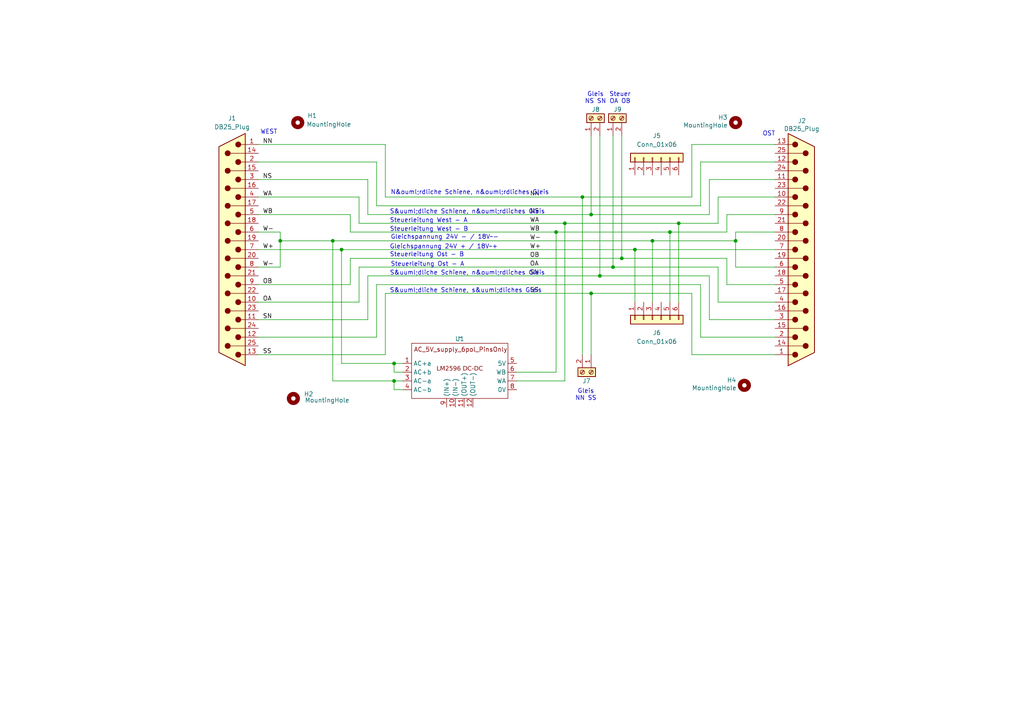
<source format=kicad_sch>
(kicad_sch (version 20231120) (generator "eeschema") (generator_version "8.0")
  (paper "A4")
  (title_block (date "2024-11-23"))
  (lib_symbols
    (symbol "Connector:DB25_Plug" (pin_names (offset 1.016) hide)
      (property "Reference" "J" (at 0 34.29 0))
      (property "Value" "DB25_Plug" (at 0 -34.925 0))
      (symbol "DB25_Plug_0_1"
        (circle (center -1.778 -30.48) (radius 0.762) (fill (type outline)))
        (circle (center -1.778 -25.4) (radius 0.762) (fill (type outline)))
        (circle (center -1.778 -20.32) (radius 0.762) (fill (type outline)))
        (circle (center -1.778 -15.24) (radius 0.762) (fill (type outline)))
        (circle (center -1.778 -10.16) (radius 0.762) (fill (type outline)))
        (circle (center -1.778 -5.08) (radius 0.762) (fill (type outline)))
        (circle (center -1.778 0) (radius 0.762) (fill (type outline)))
        (circle (center -1.778 5.08) (radius 0.762) (fill (type outline)))
        (circle (center -1.778 10.16) (radius 0.762) (fill (type outline)))
        (circle (center -1.778 15.24) (radius 0.762) (fill (type outline)))
        (circle (center -1.778 20.32) (radius 0.762) (fill (type outline)))
        (circle (center -1.778 25.4) (radius 0.762) (fill (type outline)))
        (circle (center -1.778 30.48) (radius 0.762) (fill (type outline)))
        (polyline (pts (xy -3.81 -30.48) (xy -2.54 -30.48)))
        (polyline (pts (xy -3.81 -27.94) (xy 0.508 -27.94)))
        (polyline (pts (xy -3.81 -25.4) (xy -2.54 -25.4)))
        (polyline (pts (xy -3.81 -22.86) (xy 0.508 -22.86)))
        (polyline (pts (xy -3.81 -20.32) (xy -2.54 -20.32)))
        (polyline (pts (xy -3.81 -17.78) (xy 0.508 -17.78)))
        (polyline (pts (xy -3.81 -15.24) (xy -2.54 -15.24)))
        (polyline (pts (xy -3.81 -12.7) (xy 0.508 -12.7)))
        (polyline (pts (xy -3.81 -10.16) (xy -2.54 -10.16)))
        (polyline (pts (xy -3.81 -7.62) (xy 0.508 -7.62)))
        (polyline (pts (xy -3.81 -5.08) (xy -2.54 -5.08)))
        (polyline (pts (xy -3.81 -2.54) (xy 0.508 -2.54)))
        (polyline (pts (xy -3.81 0) (xy -2.54 0)))
        (polyline (pts (xy -3.81 2.54) (xy 0.508 2.54)))
        (polyline (pts (xy -3.81 5.08) (xy -2.54 5.08)))
        (polyline (pts (xy -3.81 7.62) (xy 0.508 7.62)))
        (polyline (pts (xy -3.81 10.16) (xy -2.54 10.16)))
        (polyline (pts (xy -3.81 12.7) (xy 0.508 12.7)))
        (polyline (pts (xy -3.81 15.24) (xy -2.54 15.24)))
        (polyline (pts (xy -3.81 17.78) (xy 0.508 17.78)))
        (polyline (pts (xy -3.81 20.32) (xy -2.54 20.32)))
        (polyline (pts (xy -3.81 22.86) (xy 0.508 22.86)))
        (polyline (pts (xy -3.81 25.4) (xy -2.54 25.4)))
        (polyline (pts (xy -3.81 27.94) (xy 0.508 27.94)))
        (polyline (pts (xy -3.81 30.48) (xy -2.54 30.48)))
        (polyline (pts (xy -3.81 -33.655) (xy 3.81 -29.845) (xy 3.81 29.845) (xy -3.81 33.655) (xy -3.81 -33.655)) (stroke (width 0.254)) (fill (type background)))
        (circle (center 1.27 -27.94) (radius 0.762) (fill (type outline)))
        (circle (center 1.27 -22.86) (radius 0.762) (fill (type outline)))
        (circle (center 1.27 -17.78) (radius 0.762) (fill (type outline)))
        (circle (center 1.27 -12.7) (radius 0.762) (fill (type outline)))
        (circle (center 1.27 -7.62) (radius 0.762) (fill (type outline)))
        (circle (center 1.27 -2.54) (radius 0.762) (fill (type outline)))
        (circle (center 1.27 2.54) (radius 0.762) (fill (type outline)))
        (circle (center 1.27 7.62) (radius 0.762) (fill (type outline)))
        (circle (center 1.27 12.7) (radius 0.762) (fill (type outline)))
        (circle (center 1.27 17.78) (radius 0.762) (fill (type outline)))
        (circle (center 1.27 22.86) (radius 0.762) (fill (type outline)))
        (circle (center 1.27 27.94) (radius 0.762) (fill (type outline)))
      )
      (symbol "DB25_Plug_1_1"
        (pin passive line (at -7.62 -30.48 0) (length 3.81) (name "1") (number "1"))
        (pin passive line (at -7.62 15.24 0) (length 3.81) (name "10") (number "10"))
        (pin passive line (at -7.62 20.32 0) (length 3.81) (name "11") (number "11"))
        (pin passive line (at -7.62 25.4 0) (length 3.81) (name "12") (number "12"))
        (pin passive line (at -7.62 30.48 0) (length 3.81) (name "13") (number "13"))
        (pin passive line (at -7.62 -27.94 0) (length 3.81) (name "P14") (number "14"))
        (pin passive line (at -7.62 -22.86 0) (length 3.81) (name "P15") (number "15"))
        (pin passive line (at -7.62 -17.78 0) (length 3.81) (name "P16") (number "16"))
        (pin passive line (at -7.62 -12.7 0) (length 3.81) (name "P17") (number "17"))
        (pin passive line (at -7.62 -7.62 0) (length 3.81) (name "P18") (number "18"))
        (pin passive line (at -7.62 -2.54 0) (length 3.81) (name "P19") (number "19"))
        (pin passive line (at -7.62 -25.4 0) (length 3.81) (name "2") (number "2"))
        (pin passive line (at -7.62 2.54 0) (length 3.81) (name "P20") (number "20"))
        (pin passive line (at -7.62 7.62 0) (length 3.81) (name "P21") (number "21"))
        (pin passive line (at -7.62 12.7 0) (length 3.81) (name "P22") (number "22"))
        (pin passive line (at -7.62 17.78 0) (length 3.81) (name "P23") (number "23"))
        (pin passive line (at -7.62 22.86 0) (length 3.81) (name "P24") (number "24"))
        (pin passive line (at -7.62 27.94 0) (length 3.81) (name "P25") (number "25"))
        (pin passive line (at -7.62 -20.32 0) (length 3.81) (name "3") (number "3"))
        (pin passive line (at -7.62 -15.24 0) (length 3.81) (name "4") (number "4"))
        (pin passive line (at -7.62 -10.16 0) (length 3.81) (name "5") (number "5"))
        (pin passive line (at -7.62 -5.08 0) (length 3.81) (name "6") (number "6"))
        (pin passive line (at -7.62 0 0) (length 3.81) (name "7") (number "7"))
        (pin passive line (at -7.62 5.08 0) (length 3.81) (name "8") (number "8"))
        (pin passive line (at -7.62 10.16 0) (length 3.81) (name "9") (number "9"))
      )
    )
    (symbol "Connector_Generic:Conn_01x06" (pin_names (offset 1.016) hide)
      (property "Reference" "J" (at 0 7.62 0))
      (property "Value" "Conn_01x06" (at 0 -10.16 0))
      (symbol "Conn_01x06_1_1"
        (rectangle (start -1.27 -7.493) (end 0 -7.747) (stroke (width 0.1524)))
        (rectangle (start -1.27 -4.953) (end 0 -5.207) (stroke (width 0.1524)))
        (rectangle (start -1.27 -2.413) (end 0 -2.667) (stroke (width 0.1524)))
        (rectangle (start -1.27 0.127) (end 0 -0.127) (stroke (width 0.1524)))
        (rectangle (start -1.27 2.667) (end 0 2.413) (stroke (width 0.1524)))
        (rectangle (start -1.27 5.207) (end 0 4.953) (stroke (width 0.1524)))
        (rectangle (start -1.27 6.35) (end 1.27 -8.89) (stroke (width 0.254)) (fill (type background)))
        (pin passive line (at -5.08 5.08 0) (length 3.81) (name "Pin_1") (number "1"))
        (pin passive line (at -5.08 2.54 0) (length 3.81) (name "Pin_2") (number "2"))
        (pin passive line (at -5.08 0 0) (length 3.81) (name "Pin_3") (number "3"))
        (pin passive line (at -5.08 -2.54 0) (length 3.81) (name "Pin_4") (number "4"))
        (pin passive line (at -5.08 -5.08 0) (length 3.81) (name "Pin_5") (number "5"))
        (pin passive line (at -5.08 -7.62 0) (length 3.81) (name "Pin_6") (number "6"))
      )
    )
    (symbol "Mechanical:MountingHole" (pin_names (offset 1.016)) (exclude_from_sim yes) (in_bom no)
      (property "Reference" "H" (at 0 5.08 0))
      (property "Value" "MountingHole" (at 0 3.175 0))
      (symbol "MountingHole_0_1"
        (circle (center 0 0) (radius 1.27) (stroke (width 1.27)))
      )
    )
    (symbol "_kh_library:AC_5V_supply_6pol"
      (property "Reference" "U" (at 16.256 7.112 0))
      (symbol "AC_5V_supply_6pol_0_1"
        (rectangle (start 2.54 5.842) (end 30.48 -10.16))
      )
      (symbol "AC_5V_supply_6pol_1_1"
        (text "AC_5V_supply_6pol_PinsOnly" (at 16.764 4.064 0) (effects (font (size 1.27 1.27))))
        (text "LM2596 DC-DC" (at 16.51 -1.524 0) (effects (font (size 1.27 1.27))))
        (pin passive line (at 0 0 0) (length 2.54) (name "AC+a") (number "1"))
        (pin passive line (at 15.24 -12.7 90) (length 2.54) (name "(IN-)") (number "10"))
        (pin passive line (at 17.78 -12.7 90) (length 2.54) (name "(OUT+)") (number "11"))
        (pin passive line (at 20.32 -12.7 90) (length 2.54) (name "(OUT-)") (number "12"))
        (pin passive line (at 0 -2.54 0) (length 2.54) (name "AC+b") (number "2"))
        (pin passive line (at 0 -5.08 0) (length 2.54) (name "AC-a") (number "3"))
        (pin passive line (at 0 -7.62 0) (length 2.54) (name "AC-b") (number "4"))
        (pin passive line (at 33.02 0 180) (length 2.54) (name "5V") (number "5"))
        (pin passive line (at 33.02 -2.54 180) (length 2.54) (name "WB") (number "6"))
        (pin passive line (at 33.02 -5.08 180) (length 2.54) (name "WA") (number "7"))
        (pin passive line (at 33.02 -7.62 180) (length 2.54) (name "0V") (number "8"))
        (pin passive line (at 12.7 -12.7 90) (length 2.54) (name "(IN+)") (number "9"))
      )
    )
    (symbol "_kh_library:Screw_Terminal_01x02_P5" (pin_names (offset 1.016) hide)
      (property "Reference" "J" (at 2.286 0 0))
      (property "Value" "Screw_Terminal_01x02_P5" (at 6.35 -1.016 90))
      (symbol "Screw_Terminal_01x02_P5_1_1"
        (rectangle (start -1.27 1.27) (end 1.27 -3.81) (stroke (width 0.254)) (fill (type background)))
        (circle (center 0 -2.54) (radius 0.635) (stroke (width 0.1524)))
        (polyline (pts (xy -0.5334 -2.2098) (xy 0.3302 -3.048)) (stroke (width 0.1524)))
        (polyline (pts (xy -0.5334 0.3302) (xy 0.3302 -0.508)) (stroke (width 0.1524)))
        (polyline (pts (xy -0.3556 -2.032) (xy 0.508 -2.8702)) (stroke (width 0.1524)))
        (polyline (pts (xy -0.3556 0.508) (xy 0.508 -0.3302)) (stroke (width 0.1524)))
        (circle (center 0 0) (radius 0.635) (stroke (width 0.1524)))
        (pin passive line (at -5.08 0 0) (length 3.81) (name "Pin_1") (number "1"))
        (pin passive line (at -5.08 -2.54 0) (length 3.81) (name "Pin_2") (number "2"))
      )
    )
  )
  (junction (at 171.45 62.23))
  (junction (at 81.28 69.85))
  (junction (at 194.31 67.31))
  (junction (at 173.99 80.01))
  (junction (at 163.83 64.77))
  (junction (at 180.34 74.93))
  (junction (at 161.29 67.31))
  (junction (at 168.91 57.15))
  (junction (at 189.23 69.85))
  (junction (at 213.36 69.85))
  (junction (at 184.15 72.39))
  (junction (at 99.06 72.39))
  (junction (at 196.85 64.77))
  (junction (at 171.45 85.09))
  (junction (at 114.3 110.49))
  (junction (at 114.3 105.41))
  (junction (at 177.8 77.47))
  (junction (at 96.52 69.85))
  (wire (pts (xy 111.76 41.91) (xy 111.76 57.15)))
  (wire (pts (xy 171.45 85.09) (xy 171.45 102.87)))
  (wire (pts (xy 173.99 80.01) (xy 205.74 80.01)))
  (wire (pts (xy 205.74 62.23) (xy 205.74 52.07)))
  (wire (pts (xy 210.82 62.23) (xy 224.79 62.23)))
  (wire (pts (xy 203.2 59.69) (xy 203.2 46.99)))
  (wire (pts (xy 200.66 102.87) (xy 224.79 102.87)))
  (wire (pts (xy 194.31 67.31) (xy 194.31 87.63)))
  (wire (pts (xy 184.15 72.39) (xy 184.15 87.63)))
  (wire (pts (xy 189.23 69.85) (xy 189.23 87.63)))
  (wire (pts (xy 74.93 41.91) (xy 111.76 41.91)))
  (wire (pts (xy 116.84 110.49) (xy 114.3 110.49)))
  (wire (pts (xy 168.91 57.15) (xy 200.66 57.15)))
  (wire (pts (xy 74.93 97.79) (xy 109.22 97.79)))
  (wire (pts (xy 194.31 67.31) (xy 210.82 67.31)))
  (wire (pts (xy 177.8 77.47) (xy 208.28 77.47)))
  (wire (pts (xy 74.93 102.87) (xy 111.76 102.87)))
  (wire (pts (xy 109.22 59.69) (xy 203.2 59.69)))
  (wire (pts (xy 99.06 72.39) (xy 184.15 72.39)))
  (wire (pts (xy 189.23 69.85) (xy 213.36 69.85)))
  (wire (pts (xy 109.22 82.55) (xy 203.2 82.55)))
  (wire (pts (xy 208.28 64.77) (xy 208.28 57.15)))
  (wire (pts (xy 213.36 77.47) (xy 224.79 77.47)))
  (wire (pts (xy 161.29 107.95) (xy 161.29 67.31)))
  (wire (pts (xy 74.93 67.31) (xy 81.28 67.31)))
  (wire (pts (xy 74.93 82.55) (xy 101.6 82.55)))
  (wire (pts (xy 111.76 85.09) (xy 171.45 85.09)))
  (wire (pts (xy 104.14 87.63) (xy 104.14 77.47)))
  (wire (pts (xy 149.86 110.49) (xy 163.83 110.49)))
  (wire (pts (xy 200.66 57.15) (xy 200.66 41.91)))
  (wire (pts (xy 161.29 67.31) (xy 194.31 67.31)))
  (wire (pts (xy 74.93 52.07) (xy 106.68 52.07)))
  (wire (pts (xy 96.52 69.85) (xy 96.52 110.49)))
  (wire (pts (xy 99.06 72.39) (xy 99.06 105.41)))
  (wire (pts (xy 208.28 87.63) (xy 224.79 87.63)))
  (wire (pts (xy 210.82 74.93) (xy 210.82 82.55)))
  (wire (pts (xy 196.85 64.77) (xy 196.85 87.63)))
  (wire (pts (xy 111.76 102.87) (xy 111.76 85.09)))
  (wire (pts (xy 163.83 110.49) (xy 163.83 64.77)))
  (wire (pts (xy 74.93 46.99) (xy 109.22 46.99)))
  (wire (pts (xy 109.22 46.99) (xy 109.22 59.69)))
  (wire (pts (xy 114.3 107.95) (xy 116.84 107.95)))
  (wire (pts (xy 104.14 57.15) (xy 104.14 64.77)))
  (wire (pts (xy 114.3 105.41) (xy 114.3 107.95)))
  (wire (pts (xy 200.66 85.09) (xy 200.66 102.87)))
  (wire (pts (xy 173.99 39.37) (xy 173.99 80.01)))
  (wire (pts (xy 81.28 69.85) (xy 81.28 67.31)))
  (wire (pts (xy 180.34 74.93) (xy 210.82 74.93)))
  (wire (pts (xy 111.76 57.15) (xy 168.91 57.15)))
  (wire (pts (xy 205.74 52.07) (xy 224.79 52.07)))
  (wire (pts (xy 205.74 80.01) (xy 205.74 92.71)))
  (wire (pts (xy 114.3 110.49) (xy 114.3 113.03)))
  (wire (pts (xy 213.36 69.85) (xy 213.36 67.31)))
  (wire (pts (xy 106.68 92.71) (xy 106.68 80.01)))
  (wire (pts (xy 104.14 64.77) (xy 163.83 64.77)))
  (wire (pts (xy 213.36 69.85) (xy 213.36 77.47)))
  (wire (pts (xy 74.93 87.63) (xy 104.14 87.63)))
  (wire (pts (xy 74.93 62.23) (xy 101.6 62.23)))
  (wire (pts (xy 106.68 62.23) (xy 171.45 62.23)))
  (wire (pts (xy 208.28 77.47) (xy 208.28 87.63)))
  (wire (pts (xy 203.2 46.99) (xy 224.79 46.99)))
  (wire (pts (xy 74.93 72.39) (xy 99.06 72.39)))
  (wire (pts (xy 74.93 92.71) (xy 106.68 92.71)))
  (wire (pts (xy 109.22 97.79) (xy 109.22 82.55)))
  (wire (pts (xy 96.52 110.49) (xy 114.3 110.49)))
  (wire (pts (xy 177.8 39.37) (xy 177.8 77.47)))
  (wire (pts (xy 96.52 69.85) (xy 189.23 69.85)))
  (wire (pts (xy 99.06 105.41) (xy 114.3 105.41)))
  (wire (pts (xy 184.15 72.39) (xy 224.79 72.39)))
  (wire (pts (xy 81.28 69.85) (xy 81.28 77.47)))
  (wire (pts (xy 106.68 52.07) (xy 106.68 62.23)))
  (wire (pts (xy 196.85 64.77) (xy 208.28 64.77)))
  (wire (pts (xy 116.84 105.41) (xy 114.3 105.41)))
  (wire (pts (xy 101.6 74.93) (xy 180.34 74.93)))
  (wire (pts (xy 210.82 67.31) (xy 210.82 62.23)))
  (wire (pts (xy 203.2 97.79) (xy 224.79 97.79)))
  (wire (pts (xy 101.6 67.31) (xy 161.29 67.31)))
  (wire (pts (xy 200.66 41.91) (xy 224.79 41.91)))
  (wire (pts (xy 114.3 113.03) (xy 116.84 113.03)))
  (wire (pts (xy 180.34 39.37) (xy 180.34 74.93)))
  (wire (pts (xy 149.86 107.95) (xy 161.29 107.95)))
  (wire (pts (xy 210.82 82.55) (xy 224.79 82.55)))
  (wire (pts (xy 163.83 64.77) (xy 196.85 64.77)))
  (wire (pts (xy 208.28 57.15) (xy 224.79 57.15)))
  (wire (pts (xy 171.45 85.09) (xy 200.66 85.09)))
  (wire (pts (xy 154.94 -12.7) (xy 148.59 -12.7)))
  (wire (pts (xy 74.93 77.47) (xy 81.28 77.47)))
  (wire (pts (xy 106.68 80.01) (xy 173.99 80.01)))
  (wire (pts (xy 101.6 62.23) (xy 101.6 67.31)))
  (wire (pts (xy 205.74 92.71) (xy 224.79 92.71)))
  (wire (pts (xy 171.45 62.23) (xy 205.74 62.23)))
  (wire (pts (xy 203.2 82.55) (xy 203.2 97.79)))
  (wire (pts (xy 171.45 39.37) (xy 171.45 62.23)))
  (wire (pts (xy 168.91 57.15) (xy 168.91 102.87)))
  (wire (pts (xy 74.93 57.15) (xy 104.14 57.15)))
  (wire (pts (xy 101.6 82.55) (xy 101.6 74.93)))
  (wire (pts (xy 104.14 77.47) (xy 177.8 77.47)))
  (wire (pts (xy 81.28 69.85) (xy 96.52 69.85)))
  (wire (pts (xy 213.36 67.31) (xy 224.79 67.31)))
  (text "Gleis\nNS SN" (at 172.72 28.448 0) (effects (font (size 1.27 1.27))))
  (text "S&uuml;dliche Schiene, s&uuml;dliches Gleis" (at 113.03 84.328 0) (effects (font (size 1.27 1.27)) (justify left)))
  (text "S&uuml;dliche Schiene, n&ouml;rdliches Gleis" (at 113.03 61.468 0) (effects (font (size 1.27 1.27)) (justify left)))
  (text "Steuer\nOA OB" (at 179.832 28.448 0) (effects (font (size 1.27 1.27))))
  (text "Gleichspannung 24V - / 18V~-" (at 113.284 68.834 0) (effects (font (size 1.27 1.27)) (justify left)))
  (text "N&ouml;rdliche Schiene, n&ouml;rdliches Gleis" (at 113.284 55.88 0) (effects (font (size 1.27 1.27)) (justify left)))
  (text "Steuerleitung West - A" (at 113.03 64.008 0) (effects (font (size 1.27 1.27)) (justify left)))
  (text "Steuerleitung Ost - B" (at 113.03 73.914 0) (effects (font (size 1.27 1.27)) (justify left)))
  (text "Steuerleitung West - B" (at 113.03 66.548 0) (effects (font (size 1.27 1.27)) (justify left)))
  (text "WEST" (at 77.978 38.354 0) (effects (font (size 1.27 1.27))))
  (text "Gleichspannung 24V + / 18V~+" (at 113.03 71.628 0) (effects (font (size 1.27 1.27)) (justify left)))
  (text "OST" (at 223.012 38.862 0) (effects (font (size 1.27 1.27))))
  (text "Gleis\nNN SS" (at 169.926 114.554 0) (effects (font (size 1.27 1.27))))
  (text "S&uuml;dliche Schiene, n&ouml;rdliches Gleis" (at 113.03 79.248 0) (effects (font (size 1.27 1.27)) (justify left)))
  (text "Steuerleitung Ost - A" (at 113.284 76.708 0) (effects (font (size 1.27 1.27)) (justify left)))
  (label "NS" (at 153.67 62.23 0))
  (label "SN" (at 76.2 92.71 0))
  (label "WB" (at 153.67 67.31 0))
  (label "WB" (at 76.2 62.23 0))
  (label "WA" (at 76.2 57.15 0))
  (label "W-" (at 76.2 77.47 0))
  (label "WA" (at 153.67 64.77 0))
  (label "NS" (at 76.2 52.07 0))
  (label "OB" (at 76.2 82.55 0))
  (label "NN" (at 76.2 41.91 0))
  (label "SS" (at 153.67 85.09 0))
  (label "SS" (at 76.2 102.87 0))
  (label "OA" (at 153.67 77.47 0))
  (label "OA" (at 76.2 87.63 0))
  (label "W+" (at 153.67 72.39 0))
  (label "W-" (at 76.2 67.31 0))
  (label "NN" (at 153.67 57.15 0))
  (label "W-" (at 153.67 69.85 0))
  (label "W+" (at 76.2 72.39 0))
  (label "SN" (at 153.67 80.01 0))
  (label "OB" (at 153.67 74.93 0))
  (symbol (lib_id "Connector:DB25_Plug") (at 67.31 72.39 180) (unit 1)
    (property "Reference" "J1" (at 67.31 34.29 0))
    (property "Value" "DB25_Plug" (at 67.31 36.83 0))
    (property "Footprint" "_kh_library:DSUB-25_Male_Horizontal_P2.77x2.84mm_EdgePinOffset7.70mm_Housed_MountingHolesOffset9.12mm" (effects (hide yes)))
    (property "Description" "25-pin male plug pin D-SUB connector" (effects (hide yes)))
  )
  (symbol (lib_id "Mechanical:MountingHole") (at 215.9 111.76 180) (unit 1) (exclude_from_sim yes) (in_bom no)
    (property "Reference" "H4" (at 210.82 110.236 0) (effects (justify right)))
    (property "Value" "MountingHole" (at 200.66 112.522 0) (effects (justify right)))
    (property "Footprint" "MountingHole:MountingHole_2.7mm_M2.5_DIN965_Pad_TopBottom" (effects (hide yes)))
    (property "Description" "Mounting Hole without connection" (effects (hide yes)))
  )
  (symbol (lib_id "_kh_library:Screw_Terminal_01x02_P5") (at 171.45 34.29 90) (unit 1)
    (property "Reference" "J8" (at 173.99 31.75 90) (effects (justify left)))
    (property "Value" "Screw_Terminal_01x02_P5" (effects (hide yes)))
    (property "Footprint" "_kh_library:Screw_Terminal_01x02_P5" (effects (hide yes)))
    (property "Description" "Generic screw terminal, single row, 01x02" (effects (hide yes)))
  )
  (symbol (lib_id "_kh_library:Screw_Terminal_01x02_P5") (at 171.45 107.95 270) (unit 1)
    (property "Reference" "J7" (at 168.91 110.49 90) (effects (justify left)))
    (property "Value" "Screw_Terminal_01x02_P5" (effects (hide yes)))
    (property "Footprint" "_kh_library:Screw_Terminal_01x02_P5" (effects (hide yes)))
    (property "Description" "Generic screw terminal, single row, 01x02" (effects (hide yes)))
  )
  (symbol (lib_id "_kh_library:AC_5V_supply_6pol") (at 116.84 105.41 0) (unit 1)
    (property "Reference" "U1" (at 133.35 98.298 0))
    (property "Value" "~" (at 133.35 97.79 0))
    (property "Footprint" "_kh_library:AC_5V_supply_6pol_PinsOnly" (effects (hide yes)))
  )
  (symbol (lib_id "Connector_Generic:Conn_01x06") (at 189.23 92.71 90) (mirror x) (unit 1)
    (property "Reference" "J6" (at 190.5 96.52 90))
    (property "Value" "Conn_01x06" (at 190.5 99.06 90))
    (property "Footprint" "_kh_library:PinSocket_1x06_P2.54mm_Vertical_kh" (effects (hide yes)))
    (property "Description" "Generic connector, single row, 01x06, script generated (kicad-library-utils/schlib/autogen/connector/)" (effects (hide yes)))
  )
  (symbol (lib_id "Connector_Generic:Conn_01x06") (at 189.23 45.72 90) (unit 1)
    (property "Reference" "J5" (at 190.5 39.37 90))
    (property "Value" "Conn_01x06" (at 190.5 41.91 90))
    (property "Footprint" "_kh_library:PinSocket_1x06_P2.54mm_Vertical_kh" (effects (hide yes)))
    (property "Description" "Generic connector, single row, 01x06, script generated (kicad-library-utils/schlib/autogen/connector/)" (effects (hide yes)))
  )
  (symbol (lib_id "Connector:DB25_Plug") (at 232.41 72.39 0) (unit 1)
    (property "Reference" "J2" (at 231.394 35.052 0) (effects (justify left)))
    (property "Value" "DB25_Plug" (at 227.33 37.338 0) (effects (justify left)))
    (property "Footprint" "_kh_library:DSUB-25_Male_Horizontal_P2.77x2.84mm_EdgePinOffset7.70mm_Housed_MountingHolesOffset9.12mm" (effects (hide yes)))
    (property "Description" "25-pin male plug pin D-SUB connector" (effects (hide yes)))
  )
  (symbol (lib_id "Mechanical:MountingHole") (at 86.36 35.56 180) (unit 1) (exclude_from_sim yes) (in_bom no)
    (property "Reference" "H1" (at 89.154 33.528 0) (effects (justify right)))
    (property "Value" "MountingHole" (at 88.9 36.068 0) (effects (justify right)))
    (property "Footprint" "MountingHole:MountingHole_2.7mm_M2.5_DIN965_Pad_TopBottom" (effects (hide yes)))
    (property "Description" "Mounting Hole without connection" (effects (hide yes)))
  )
  (symbol (lib_id "Mechanical:MountingHole") (at 85.09 115.57 180) (unit 1) (exclude_from_sim yes) (in_bom no)
    (property "Reference" "H2" (at 88.138 114.3 0) (effects (justify right)))
    (property "Value" "MountingHole" (at 88.392 116.078 0) (effects (justify right)))
    (property "Footprint" "MountingHole:MountingHole_2.7mm_M2.5_DIN965_Pad_TopBottom" (effects (hide yes)))
    (property "Description" "Mounting Hole without connection" (effects (hide yes)))
  )
  (symbol (lib_id "Mechanical:MountingHole") (at 213.36 35.56 180) (unit 1) (exclude_from_sim yes) (in_bom no)
    (property "Reference" "H3" (at 208.28 34.036 0) (effects (justify right)))
    (property "Value" "MountingHole" (at 198.12 36.322 0) (effects (justify right)))
    (property "Footprint" "MountingHole:MountingHole_2.7mm_M2.5_DIN965_Pad_TopBottom" (effects (hide yes)))
    (property "Description" "Mounting Hole without connection" (effects (hide yes)))
  )
  (symbol (lib_id "_kh_library:Screw_Terminal_01x02_P5") (at 177.8 34.29 90) (unit 1)
    (property "Reference" "J9" (at 180.34 31.75 90) (effects (justify left)))
    (property "Value" "Screw_Terminal_01x02_P5" (effects (hide yes)))
    (property "Footprint" "_kh_library:Screw_Terminal_01x02_P5" (effects (hide yes)))
    (property "Description" "Generic screw terminal, single row, 01x02" (effects (hide yes)))
  )
)
</source>
